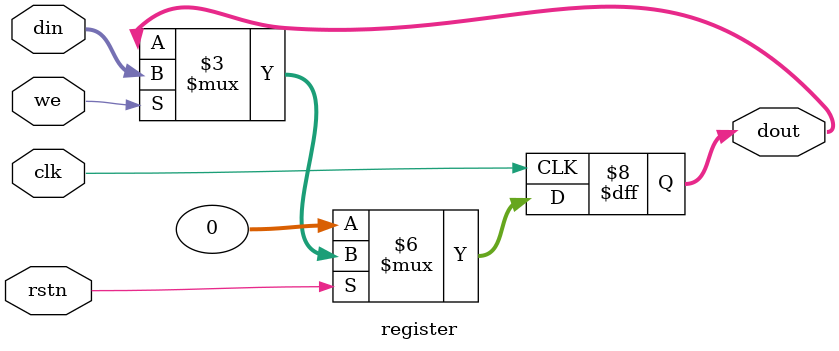
<source format=v>
`include "clap_config.vh"

/* verilator lint_off DECLFILENAME */
module register#(
    parameter WIDTH = 32
    )(
    input clk, rstn, we,
    input [WIDTH-1:0] din,
    output reg [WIDTH-1:0] dout
    );
    always @(posedge clk) begin
        if(!rstn) dout <= 0;
        else if(we) dout <= din;
    end
endmodule

</source>
